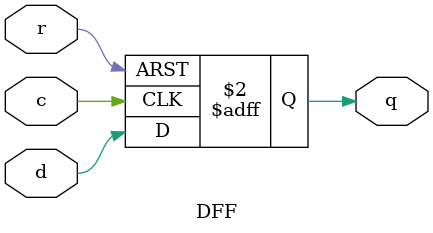
<source format=v>
module DFF
  (
    input c,r,
    input d,
    
    output reg q
  );
  
    always @ (posedge r or posedge c)
      begin 
          if (r)
              q <= 1'b0;
          else
              q <= d;
      end 
      
endmodule 
</source>
